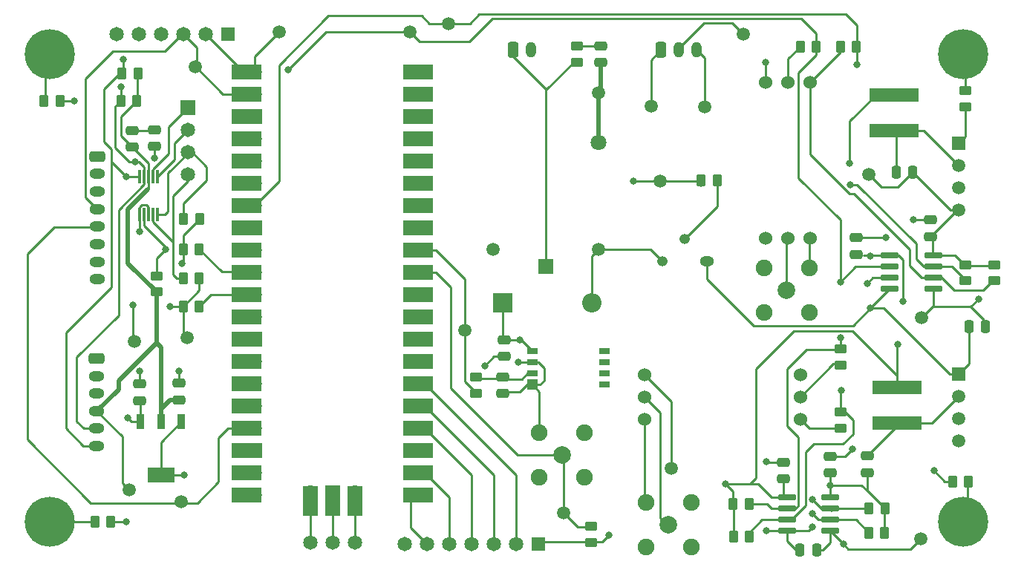
<source format=gbr>
%TF.GenerationSoftware,KiCad,Pcbnew,7.0.10*%
%TF.CreationDate,2024-03-29T22:24:31-04:00*%
%TF.ProjectId,WaveWise_Submersible,57617665-5769-4736-955f-5375626d6572,rev?*%
%TF.SameCoordinates,Original*%
%TF.FileFunction,Copper,L1,Top*%
%TF.FilePolarity,Positive*%
%FSLAX46Y46*%
G04 Gerber Fmt 4.6, Leading zero omitted, Abs format (unit mm)*
G04 Created by KiCad (PCBNEW 7.0.10) date 2024-03-29 22:24:31*
%MOMM*%
%LPD*%
G01*
G04 APERTURE LIST*
G04 Aperture macros list*
%AMRoundRect*
0 Rectangle with rounded corners*
0 $1 Rounding radius*
0 $2 $3 $4 $5 $6 $7 $8 $9 X,Y pos of 4 corners*
0 Add a 4 corners polygon primitive as box body*
4,1,4,$2,$3,$4,$5,$6,$7,$8,$9,$2,$3,0*
0 Add four circle primitives for the rounded corners*
1,1,$1+$1,$2,$3*
1,1,$1+$1,$4,$5*
1,1,$1+$1,$6,$7*
1,1,$1+$1,$8,$9*
0 Add four rect primitives between the rounded corners*
20,1,$1+$1,$2,$3,$4,$5,0*
20,1,$1+$1,$4,$5,$6,$7,0*
20,1,$1+$1,$6,$7,$8,$9,0*
20,1,$1+$1,$8,$9,$2,$3,0*%
G04 Aperture macros list end*
%TA.AperFunction,SMDPad,CuDef*%
%ADD10RoundRect,0.250000X-0.262500X-0.450000X0.262500X-0.450000X0.262500X0.450000X-0.262500X0.450000X0*%
%TD*%
%TA.AperFunction,SMDPad,CuDef*%
%ADD11C,1.500000*%
%TD*%
%TA.AperFunction,SMDPad,CuDef*%
%ADD12RoundRect,0.250000X-0.450000X0.262500X-0.450000X-0.262500X0.450000X-0.262500X0.450000X0.262500X0*%
%TD*%
%TA.AperFunction,SMDPad,CuDef*%
%ADD13RoundRect,0.250000X0.262500X0.450000X-0.262500X0.450000X-0.262500X-0.450000X0.262500X-0.450000X0*%
%TD*%
%TA.AperFunction,SMDPad,CuDef*%
%ADD14R,5.600000X1.550000*%
%TD*%
%TA.AperFunction,ComponentPad*%
%ADD15R,1.651000X1.651000*%
%TD*%
%TA.AperFunction,ComponentPad*%
%ADD16C,1.651000*%
%TD*%
%TA.AperFunction,SMDPad,CuDef*%
%ADD17RoundRect,0.250000X0.250000X0.475000X-0.250000X0.475000X-0.250000X-0.475000X0.250000X-0.475000X0*%
%TD*%
%TA.AperFunction,SMDPad,CuDef*%
%ADD18RoundRect,0.250000X0.475000X-0.250000X0.475000X0.250000X-0.475000X0.250000X-0.475000X-0.250000X0*%
%TD*%
%TA.AperFunction,SMDPad,CuDef*%
%ADD19RoundRect,0.250000X-0.475000X0.250000X-0.475000X-0.250000X0.475000X-0.250000X0.475000X0.250000X0*%
%TD*%
%TA.AperFunction,SMDPad,CuDef*%
%ADD20RoundRect,0.011200X0.128800X-0.723800X0.128800X0.723800X-0.128800X0.723800X-0.128800X-0.723800X0*%
%TD*%
%TA.AperFunction,ComponentPad*%
%ADD21RoundRect,0.250000X-0.650000X0.350000X-0.650000X-0.350000X0.650000X-0.350000X0.650000X0.350000X0*%
%TD*%
%TA.AperFunction,ComponentPad*%
%ADD22O,1.800000X1.200000*%
%TD*%
%TA.AperFunction,ComponentPad*%
%ADD23O,1.600000X1.200000*%
%TD*%
%TA.AperFunction,ComponentPad*%
%ADD24O,1.200000X1.200000*%
%TD*%
%TA.AperFunction,ComponentPad*%
%ADD25C,2.006600*%
%TD*%
%TA.AperFunction,ComponentPad*%
%ADD26C,1.905000*%
%TD*%
%TA.AperFunction,SMDPad,CuDef*%
%ADD27R,0.850800X1.761200*%
%TD*%
%TA.AperFunction,SMDPad,CuDef*%
%ADD28R,3.150799X1.761200*%
%TD*%
%TA.AperFunction,ComponentPad*%
%ADD29R,1.803400X1.803400*%
%TD*%
%TA.AperFunction,ComponentPad*%
%ADD30C,1.498600*%
%TD*%
%TA.AperFunction,ComponentPad*%
%ADD31C,1.803400*%
%TD*%
%TA.AperFunction,SMDPad,CuDef*%
%ADD32RoundRect,0.250000X0.450000X-0.262500X0.450000X0.262500X-0.450000X0.262500X-0.450000X-0.262500X0*%
%TD*%
%TA.AperFunction,ComponentPad*%
%ADD33RoundRect,0.250000X-0.350000X-0.650000X0.350000X-0.650000X0.350000X0.650000X-0.350000X0.650000X0*%
%TD*%
%TA.AperFunction,ComponentPad*%
%ADD34O,1.200000X1.800000*%
%TD*%
%TA.AperFunction,ComponentPad*%
%ADD35C,1.524000*%
%TD*%
%TA.AperFunction,ComponentPad*%
%ADD36O,1.700000X1.700000*%
%TD*%
%TA.AperFunction,SMDPad,CuDef*%
%ADD37R,3.500000X1.700000*%
%TD*%
%TA.AperFunction,ComponentPad*%
%ADD38R,1.700000X1.700000*%
%TD*%
%TA.AperFunction,SMDPad,CuDef*%
%ADD39R,1.700000X3.500000*%
%TD*%
%TA.AperFunction,ComponentPad*%
%ADD40R,1.508000X1.508000*%
%TD*%
%TA.AperFunction,ComponentPad*%
%ADD41C,1.508000*%
%TD*%
%TA.AperFunction,ComponentPad*%
%ADD42R,1.650000X1.650000*%
%TD*%
%TA.AperFunction,ComponentPad*%
%ADD43C,1.650000*%
%TD*%
%TA.AperFunction,ComponentPad*%
%ADD44C,5.700000*%
%TD*%
%TA.AperFunction,ComponentPad*%
%ADD45R,2.200000X2.200000*%
%TD*%
%TA.AperFunction,ComponentPad*%
%ADD46O,2.200000X2.200000*%
%TD*%
%TA.AperFunction,SMDPad,CuDef*%
%ADD47RoundRect,0.042000X-0.943000X-0.258000X0.943000X-0.258000X0.943000X0.258000X-0.943000X0.258000X0*%
%TD*%
%TA.AperFunction,SMDPad,CuDef*%
%ADD48R,1.200000X0.800000*%
%TD*%
%TA.AperFunction,SMDPad,CuDef*%
%ADD49R,1.200000X1.200000*%
%TD*%
%TA.AperFunction,ViaPad*%
%ADD50C,0.800000*%
%TD*%
%TA.AperFunction,Conductor*%
%ADD51C,0.250000*%
%TD*%
%TA.AperFunction,Conductor*%
%ADD52C,0.508000*%
%TD*%
%TA.AperFunction,Conductor*%
%ADD53C,0.500000*%
%TD*%
G04 APERTURE END LIST*
D10*
%TO.P,R23,1*%
%TO.N,/ADC1*%
X57710700Y-49326800D03*
%TO.P,R23,2*%
%TO.N,PANEL_SENSE*%
X59535700Y-49326800D03*
%TD*%
D11*
%TO.P,3V3,1,1*%
%TO.N,+3V3*%
X51511200Y-80162400D03*
%TD*%
D10*
%TO.P,R11,1*%
%TO.N,GNDREF*%
X145391500Y-79248000D03*
%TO.P,R11,2*%
%TO.N,Net-(H4-Pad1)*%
X147216500Y-79248000D03*
%TD*%
D12*
%TO.P,R27,1*%
%TO.N,SCL*%
X132588000Y-71350500D03*
%TO.P,R27,2*%
%TO.N,Net-(U3-BSCL)*%
X132588000Y-73175500D03*
%TD*%
D13*
%TO.P,R15,1*%
%TO.N,GNDREF*%
X49426500Y-83820000D03*
%TO.P,R15,2*%
%TO.N,Net-(H3-Pad1)*%
X47601500Y-83820000D03*
%TD*%
D14*
%TO.P,L1,1,1*%
%TO.N,+5V*%
X139039600Y-68536200D03*
%TO.P,L1,2,2*%
%TO.N,Net-(PS1-+VIN)*%
X139039600Y-72586200D03*
%TD*%
D15*
%TO.P,J3,1,Pin_1*%
%TO.N,/ADC3*%
X58166000Y-36626800D03*
D16*
%TO.P,J3,2,Pin_2*%
%TO.N,/ADC2*%
X58166000Y-39166800D03*
%TO.P,J3,3,Pin_3*%
%TO.N,/ADC1*%
X58166000Y-41706800D03*
%TO.P,J3,4,Pin_4*%
%TO.N,/ADC0*%
X58166000Y-44246800D03*
%TD*%
D11*
%TO.P,TEMP1,1,1*%
%TO.N,TEMP_INPUT*%
X101028500Y-82804000D03*
%TD*%
D17*
%TO.P,C14,1*%
%TO.N,VEE*%
X140853200Y-43992800D03*
%TO.P,C14,2*%
%TO.N,Net-(PS2-+VIN)*%
X138953200Y-43992800D03*
%TD*%
D18*
%TO.P,C1,1*%
%TO.N,VEE*%
X142900400Y-51292800D03*
%TO.P,C1,2*%
%TO.N,GND2*%
X142900400Y-49392800D03*
%TD*%
D11*
%TO.P,PRESSURE1,1,1*%
%TO.N,PRESSURE_INPUT*%
X121513600Y-28194000D03*
%TD*%
D12*
%TO.P,R6,1*%
%TO.N,Net-(U2-VOUT)*%
X91084400Y-67349700D03*
%TO.P,R6,2*%
%TO.N,AIR_INPUT*%
X91084400Y-69174700D03*
%TD*%
D19*
%TO.P,C2,1*%
%TO.N,+5V*%
X94234000Y-63093600D03*
%TO.P,C2,2*%
%TO.N,GNDREF*%
X94234000Y-64993600D03*
%TD*%
D13*
%TO.P,R21,1*%
%TO.N,+3V3*%
X52372900Y-35814000D03*
%TO.P,R21,2*%
%TO.N,SDA*%
X50547900Y-35814000D03*
%TD*%
D11*
%TO.P,GNDREF1,1,1*%
%TO.N,GNDREF*%
X117094000Y-36474400D03*
%TD*%
D12*
%TO.P,R13,1*%
%TO.N,VEE*%
X150114000Y-54522500D03*
%TO.P,R13,2*%
%TO.N,Net-(U5-BSCL)*%
X150114000Y-56347500D03*
%TD*%
D17*
%TO.P,C16,1*%
%TO.N,GND2*%
X149159000Y-61595000D03*
%TO.P,C16,2*%
%TO.N,GNDREF*%
X147259000Y-61595000D03*
%TD*%
D19*
%TO.P,C3,1*%
%TO.N,Net-(U2-VOUT)*%
X94132400Y-67325200D03*
%TO.P,C3,2*%
%TO.N,GNDREF*%
X94132400Y-69225200D03*
%TD*%
D13*
%TO.P,R20,1*%
%TO.N,+3V3*%
X52525300Y-32664400D03*
%TO.P,R20,2*%
%TO.N,SCL*%
X50700300Y-32664400D03*
%TD*%
D18*
%TO.P,C11,1*%
%TO.N,+3V3*%
X57226200Y-69936400D03*
%TO.P,C11,2*%
%TO.N,GNDREF*%
X57226200Y-68036400D03*
%TD*%
%TO.P,C6,1*%
%TO.N,GNDREF*%
X54406800Y-41031200D03*
%TO.P,C6,2*%
%TO.N,Net-(C5-Pad1)*%
X54406800Y-39131200D03*
%TD*%
D20*
%TO.P,U1,1,ADDR*%
%TO.N,GNDREF*%
X52695600Y-48784400D03*
%TO.P,U1,2,ALERT/RDY*%
%TO.N,ADC_RDY*%
X53195600Y-48784400D03*
%TO.P,U1,3,GND*%
%TO.N,GNDREF*%
X53695600Y-48784400D03*
%TO.P,U1,4,AIN0*%
%TO.N,/ADC0*%
X54195600Y-48784400D03*
%TO.P,U1,5,AIN1*%
%TO.N,/ADC1*%
X54695600Y-48784400D03*
%TO.P,U1,6,AIN2*%
%TO.N,/ADC2*%
X54695600Y-44484400D03*
%TO.P,U1,7,AIN3*%
%TO.N,/ADC3*%
X54195600Y-44484400D03*
%TO.P,U1,8,VDD*%
%TO.N,+3V3*%
X53695600Y-44484400D03*
%TO.P,U1,9,SDA*%
%TO.N,SDA*%
X53195600Y-44484400D03*
%TO.P,U1,10,SCL*%
%TO.N,SCL*%
X52695600Y-44484400D03*
%TD*%
D21*
%TO.P,J7,1,1*%
%TO.N,+24V*%
X47868600Y-42174400D03*
D22*
%TO.P,J7,2,2*%
%TO.N,+5V*%
X47868600Y-44174400D03*
%TO.P,J7,3,3*%
%TO.N,SUB_TX*%
X47868600Y-46174400D03*
%TO.P,J7,4,4*%
%TO.N,SUB_RX*%
X47868600Y-48174400D03*
%TO.P,J7,5,5*%
%TO.N,AIR_COMP*%
X47868600Y-50174400D03*
%TO.P,J7,6,6*%
%TO.N,BATTERY_SENSE*%
X47868600Y-52174400D03*
%TO.P,J7,7,7*%
%TO.N,PANEL_SENSE*%
X47868600Y-54174400D03*
%TO.P,J7,8,8*%
%TO.N,GNDREF*%
X47868600Y-56174400D03*
%TD*%
D11*
%TO.P,GND2,1,1*%
%TO.N,GND2*%
X141859000Y-60579000D03*
%TD*%
D16*
%TO.P,J10,1,Pin_1*%
%TO.N,SWCLK*%
X72136000Y-86233000D03*
%TO.P,J10,2,Pin_2*%
%TO.N,GND*%
X74676000Y-86233000D03*
%TO.P,J10,3,Pin_3*%
%TO.N,SWDIO*%
X77216000Y-86233000D03*
%TD*%
D23*
%TO.P,Q2,1,E*%
%TO.N,GNDREF*%
X117348000Y-54102000D03*
D24*
%TO.P,Q2,2,B*%
%TO.N,Net-(Q2-B)*%
X114808000Y-51562000D03*
%TO.P,Q2,3,C*%
%TO.N,Net-(D2-A)*%
X112268000Y-54102000D03*
%TD*%
D25*
%TO.P,J4,1*%
%TO.N,Net-(U6-PRB)*%
X126479300Y-57404000D03*
D26*
%TO.P,J4,2*%
%TO.N,Net-(U6-PGND)*%
X123926600Y-59956700D03*
%TO.P,J4,3*%
X129032000Y-59956700D03*
%TO.P,J4,4*%
X129032000Y-54851300D03*
%TO.P,J4,5*%
X123926600Y-54851300D03*
%TD*%
D27*
%TO.P,U10,1,GND*%
%TO.N,GNDREF*%
X57418000Y-72440800D03*
%TO.P,U10,2,OUTPUT*%
%TO.N,+3V3*%
X55118000Y-72440800D03*
%TO.P,U10,3,INPUT*%
%TO.N,+5V*%
X52818000Y-72440800D03*
D28*
%TO.P,U10,4,EPAD*%
%TO.N,GNDREF*%
X55118000Y-78490800D03*
%TD*%
D29*
%TO.P,K2,1,1*%
%TO.N,Net-(J6-Pad1)*%
X99009200Y-54753050D03*
D30*
%TO.P,K2,2,2*%
%TO.N,Net-(D2-A)*%
X105009199Y-52753049D03*
D31*
%TO.P,K2,3,3*%
%TO.N,+24V*%
X105009199Y-40553851D03*
D30*
%TO.P,K2,5,5*%
%TO.N,+5V*%
X93009201Y-52753049D03*
%TD*%
D11*
%TO.P,AIR_COMP1,1,1*%
%TO.N,AIR_COMP*%
X57404000Y-81584800D03*
%TD*%
D32*
%TO.P,R10,1*%
%TO.N,GNDREF*%
X146812000Y-36472500D03*
%TO.P,R10,2*%
%TO.N,Net-(H2-Pad1)*%
X146812000Y-34647500D03*
%TD*%
D25*
%TO.P,J1,1*%
%TO.N,Net-(U4-PRB)*%
X113017300Y-84201000D03*
D26*
%TO.P,J1,2*%
%TO.N,Net-(U4-PGND)*%
X115570000Y-81648300D03*
%TO.P,J1,3*%
X110464600Y-81648300D03*
%TO.P,J1,4*%
X110464600Y-86753700D03*
%TO.P,J1,5*%
X115570000Y-86753700D03*
%TD*%
D33*
%TO.P,J9,1,1*%
%TO.N,+5V*%
X112166400Y-30022800D03*
D34*
%TO.P,J9,2,2*%
%TO.N,PRESSURE_INPUT*%
X114166400Y-30022800D03*
%TO.P,J9,3,3*%
%TO.N,GNDREF*%
X116166400Y-30022800D03*
%TD*%
D18*
%TO.P,C9,1*%
%TO.N,+5V*%
X52679600Y-70026600D03*
%TO.P,C9,2*%
%TO.N,GNDREF*%
X52679600Y-68126600D03*
%TD*%
D17*
%TO.P,C13,1*%
%TO.N,GND1*%
X129880400Y-87071200D03*
%TO.P,C13,2*%
%TO.N,GNDREF*%
X127980400Y-87071200D03*
%TD*%
D35*
%TO.P,U4,1,VCC*%
%TO.N,VDD*%
X110236000Y-67056000D03*
%TO.P,U4,2,RX/SCL*%
%TO.N,Net-(U3-BSCL)*%
X128016000Y-72136000D03*
%TO.P,U4,3,TX/SDA*%
%TO.N,Net-(U3-BSDA)*%
X128016000Y-69596000D03*
%TO.P,U4,4,PGND*%
%TO.N,Net-(U4-PGND)*%
X110236000Y-72136000D03*
%TO.P,U4,5,PRB*%
%TO.N,Net-(U4-PRB)*%
X110236000Y-69596000D03*
%TO.P,U4,6,GND*%
%TO.N,GND1*%
X128016000Y-67056000D03*
%TD*%
D12*
%TO.P,R24,1*%
%TO.N,SDA*%
X132588000Y-64111500D03*
%TO.P,R24,2*%
%TO.N,Net-(U3-BSDA)*%
X132588000Y-65936500D03*
%TD*%
D36*
%TO.P,U9,1,GPIO0*%
%TO.N,SUB_TX*%
X65786000Y-32521000D03*
D37*
X64886000Y-32521000D03*
D36*
%TO.P,U9,2,GPIO1*%
%TO.N,SUB_RX*%
X65786000Y-35061000D03*
D37*
X64886000Y-35061000D03*
D38*
%TO.P,U9,3,GND*%
%TO.N,GNDREF*%
X65786000Y-37601000D03*
D37*
X64886000Y-37601000D03*
D36*
%TO.P,U9,4,GPIO2*%
%TO.N,unconnected-(U9-GPIO2-Pad4)*%
X65786000Y-40141000D03*
D37*
X64886000Y-40141000D03*
D36*
%TO.P,U9,5,GPIO3*%
%TO.N,unconnected-(U9-GPIO3-Pad5)*%
X65786000Y-42681000D03*
D37*
X64886000Y-42681000D03*
D36*
%TO.P,U9,6,GPIO4*%
%TO.N,SDA*%
X65786000Y-45221000D03*
D37*
X64886000Y-45221000D03*
D36*
%TO.P,U9,7,GPIO5*%
%TO.N,SCL*%
X65786000Y-47761000D03*
D37*
X64886000Y-47761000D03*
D38*
%TO.P,U9,8,GND*%
%TO.N,GNDREF*%
X65786000Y-50301000D03*
D37*
X64886000Y-50301000D03*
D36*
%TO.P,U9,9,GPIO6*%
%TO.N,ADC_RDY*%
X65786000Y-52841000D03*
D37*
X64886000Y-52841000D03*
D36*
%TO.P,U9,10,GPIO7*%
%TO.N,Net-(U9-GPIO7)*%
X65786000Y-55381000D03*
D37*
X64886000Y-55381000D03*
D36*
%TO.P,U9,11,GPIO8*%
%TO.N,Net-(U9-GPIO8)*%
X65786000Y-57921000D03*
D37*
X64886000Y-57921000D03*
D36*
%TO.P,U9,12,GPIO9*%
%TO.N,unconnected-(U9-GPIO9-Pad12)*%
X65786000Y-60461000D03*
D37*
X64886000Y-60461000D03*
D38*
%TO.P,U9,13,GND*%
%TO.N,GNDREF*%
X65786000Y-63001000D03*
D37*
X64886000Y-63001000D03*
D36*
%TO.P,U9,14,GPIO10*%
%TO.N,SYNC*%
X65786000Y-65541000D03*
D37*
X64886000Y-65541000D03*
D36*
%TO.P,U9,15,GPIO11*%
%TO.N,READY{slash}INT*%
X65786000Y-68081000D03*
D37*
X64886000Y-68081000D03*
D36*
%TO.P,U9,16,GPIO12*%
%TO.N,unconnected-(U9-GPIO12-Pad16)*%
X65786000Y-70621000D03*
D37*
X64886000Y-70621000D03*
D36*
%TO.P,U9,17,GPIO13*%
%TO.N,AIR_COMP*%
X65786000Y-73161000D03*
D37*
X64886000Y-73161000D03*
D38*
%TO.P,U9,18,GND*%
%TO.N,GNDREF*%
X65786000Y-75701000D03*
D37*
X64886000Y-75701000D03*
D36*
%TO.P,U9,19,GPIO14*%
%TO.N,unconnected-(U9-GPIO14-Pad19)*%
X65786000Y-78241000D03*
D37*
X64886000Y-78241000D03*
D36*
%TO.P,U9,20,GPIO15*%
%TO.N,unconnected-(U9-GPIO15-Pad20)*%
X65786000Y-80781000D03*
D37*
X64886000Y-80781000D03*
D36*
%TO.P,U9,21,GPIO16*%
%TO.N,EXTGPIO5*%
X83566000Y-80781000D03*
D37*
X84466000Y-80781000D03*
D36*
%TO.P,U9,22,GPIO17*%
%TO.N,EXTGPIO4*%
X83566000Y-78241000D03*
D37*
X84466000Y-78241000D03*
D38*
%TO.P,U9,23,GND*%
%TO.N,GNDREF*%
X83566000Y-75701000D03*
D37*
X84466000Y-75701000D03*
D36*
%TO.P,U9,24,GPIO18*%
%TO.N,EXTGPIO3*%
X83566000Y-73161000D03*
D37*
X84466000Y-73161000D03*
D36*
%TO.P,U9,25,GPIO19*%
%TO.N,EXTGPIO2*%
X83566000Y-70621000D03*
D37*
X84466000Y-70621000D03*
D36*
%TO.P,U9,26,GPIO20*%
%TO.N,EXTGPIO1*%
X83566000Y-68081000D03*
D37*
X84466000Y-68081000D03*
D36*
%TO.P,U9,27,GPIO21*%
%TO.N,unconnected-(U9-GPIO21-Pad27)*%
X83566000Y-65541000D03*
D37*
X84466000Y-65541000D03*
D38*
%TO.P,U9,28,GND*%
%TO.N,GNDREF*%
X83566000Y-63001000D03*
D37*
X84466000Y-63001000D03*
D36*
%TO.P,U9,29,GPIO22*%
%TO.N,VALVE_OUT*%
X83566000Y-60461000D03*
D37*
X84466000Y-60461000D03*
D36*
%TO.P,U9,30,RUN*%
%TO.N,unconnected-(U9-RUN-Pad30)*%
X83566000Y-57921000D03*
D37*
X84466000Y-57921000D03*
D36*
%TO.P,U9,31,GPIO26_ADC0*%
%TO.N,TEMP_INPUT*%
X83566000Y-55381000D03*
D37*
X84466000Y-55381000D03*
D36*
%TO.P,U9,32,GPIO27_ADC1*%
%TO.N,AIR_INPUT*%
X83566000Y-52841000D03*
D37*
X84466000Y-52841000D03*
D38*
%TO.P,U9,33,AGND*%
%TO.N,unconnected-(U9-AGND-Pad33)*%
X83566000Y-50301000D03*
D37*
X84466000Y-50301000D03*
D36*
%TO.P,U9,34,GPIO28_ADC2*%
%TO.N,PRESSURE_INPUT*%
X83566000Y-47761000D03*
D37*
X84466000Y-47761000D03*
D36*
%TO.P,U9,35,ADC_VREF*%
%TO.N,unconnected-(U9-ADC_VREF-Pad35)*%
X83566000Y-45221000D03*
D37*
X84466000Y-45221000D03*
D36*
%TO.P,U9,36,3V3*%
%TO.N,unconnected-(U9-3V3-Pad36)*%
X83566000Y-42681000D03*
D37*
X84466000Y-42681000D03*
D36*
%TO.P,U9,37,3V3_EN*%
%TO.N,unconnected-(U9-3V3_EN-Pad37)*%
X83566000Y-40141000D03*
D37*
X84466000Y-40141000D03*
D38*
%TO.P,U9,38,GND*%
%TO.N,GNDREF*%
X83566000Y-37601000D03*
D37*
X84466000Y-37601000D03*
D36*
%TO.P,U9,39,VSYS*%
%TO.N,+5V*%
X83566000Y-35061000D03*
D37*
X84466000Y-35061000D03*
D36*
%TO.P,U9,40,VBUS*%
%TO.N,unconnected-(U9-VBUS-Pad40)*%
X83566000Y-32521000D03*
D37*
X84466000Y-32521000D03*
D36*
%TO.P,U9,41,SWCLK*%
%TO.N,SWCLK*%
X72136000Y-80551000D03*
D39*
X72136000Y-81451000D03*
D38*
%TO.P,U9,42,GND*%
%TO.N,GND*%
X74676000Y-80551000D03*
D39*
X74676000Y-81451000D03*
D36*
%TO.P,U9,43,SWDIO*%
%TO.N,SWDIO*%
X77216000Y-80551000D03*
D39*
X77216000Y-81451000D03*
%TD*%
D11*
%TO.P,VEE1,1,1*%
%TO.N,VEE*%
X135839200Y-44246800D03*
%TD*%
D32*
%TO.P,R19,1*%
%TO.N,+3V3*%
X54610000Y-57605300D03*
%TO.P,R19,2*%
%TO.N,ADC_RDY*%
X54610000Y-55780300D03*
%TD*%
D12*
%TO.P,R9,1*%
%TO.N,Net-(C17-Pad1)*%
X102565200Y-29567500D03*
%TO.P,R9,2*%
%TO.N,Net-(J6-Pad1)*%
X102565200Y-31392500D03*
%TD*%
D40*
%TO.P,PS1,1,-VIN*%
%TO.N,GNDREF*%
X146050000Y-67016000D03*
D41*
%TO.P,PS1,2,+VIN*%
%TO.N,Net-(PS1-+VIN)*%
X146050000Y-69556000D03*
%TO.P,PS1,3,-VOUT*%
%TO.N,GND1*%
X146050000Y-72096000D03*
%TO.P,PS1,4,+VOUT*%
%TO.N,VDD*%
X146050000Y-74636000D03*
%TD*%
D42*
%TO.P,J13,1,Pin_1*%
%TO.N,+5V*%
X62738000Y-28194000D03*
D43*
%TO.P,J13,2,Pin_2*%
%TO.N,SUB_TX*%
X60198000Y-28194000D03*
%TO.P,J13,3,Pin_3*%
%TO.N,SUB_RX*%
X57658000Y-28194000D03*
%TO.P,J13,4,Pin_4*%
%TO.N,SDA*%
X55118000Y-28194000D03*
%TO.P,J13,5,Pin_5*%
%TO.N,SCL*%
X52578000Y-28194000D03*
%TO.P,J13,6,Pin_6*%
%TO.N,GNDREF*%
X50038000Y-28194000D03*
%TD*%
D25*
%TO.P,J2,1*%
%TO.N,TEMP_INPUT*%
X100838000Y-76200000D03*
D26*
%TO.P,J2,2*%
%TO.N,GNDREF*%
X103390700Y-78752700D03*
%TO.P,J2,3*%
X103390700Y-73647300D03*
%TO.P,J2,4*%
X98285300Y-73647300D03*
%TO.P,J2,5*%
X98285300Y-78752700D03*
%TD*%
D32*
%TO.P,R14,1*%
%TO.N,+5V*%
X104140000Y-86193500D03*
%TO.P,R14,2*%
%TO.N,TEMP_INPUT*%
X104140000Y-84368500D03*
%TD*%
D10*
%TO.P,R4,1*%
%TO.N,+5V*%
X120397900Y-85547200D03*
%TO.P,R4,2*%
%TO.N,SCL*%
X122222900Y-85547200D03*
%TD*%
D11*
%TO.P,SDA1,1,1*%
%TO.N,SDA*%
X83515200Y-27940000D03*
%TD*%
%TO.P,SUB_TX1,1,1*%
%TO.N,SUB_TX*%
X68580000Y-27940000D03*
%TD*%
D10*
%TO.P,R1,1*%
%TO.N,BATTERY_SENSE*%
X57659900Y-59283600D03*
%TO.P,R1,2*%
%TO.N,Net-(U9-GPIO8)*%
X59484900Y-59283600D03*
%TD*%
D44*
%TO.P,H1,1,1*%
%TO.N,Net-(H1-Pad1)*%
X42418000Y-30480000D03*
%TD*%
D40*
%TO.P,PS2,1,-VIN*%
%TO.N,GNDREF*%
X146050000Y-40640000D03*
D41*
%TO.P,PS2,2,+VIN*%
%TO.N,Net-(PS2-+VIN)*%
X146050000Y-43180000D03*
%TO.P,PS2,3,-VOUT*%
%TO.N,GND2*%
X146050000Y-45720000D03*
%TO.P,PS2,4,+VOUT*%
%TO.N,VEE*%
X146050000Y-48260000D03*
%TD*%
D13*
%TO.P,R25,1*%
%TO.N,SCL*%
X134413000Y-29616400D03*
%TO.P,R25,2*%
%TO.N,Net-(U5-BSCL)*%
X132588000Y-29616400D03*
%TD*%
D18*
%TO.P,C10,1*%
%TO.N,VDD*%
X135636000Y-78216800D03*
%TO.P,C10,2*%
%TO.N,Net-(PS1-+VIN)*%
X135636000Y-76316800D03*
%TD*%
D45*
%TO.P,D2,1,K*%
%TO.N,+5V*%
X94107000Y-58826400D03*
D46*
%TO.P,D2,2,A*%
%TO.N,Net-(D2-A)*%
X104267000Y-58826400D03*
%TD*%
D13*
%TO.P,R8,1*%
%TO.N,GNDREF*%
X43648500Y-35814000D03*
%TO.P,R8,2*%
%TO.N,Net-(H1-Pad1)*%
X41823500Y-35814000D03*
%TD*%
D12*
%TO.P,R12,1*%
%TO.N,VEE*%
X146812000Y-54522500D03*
%TO.P,R12,2*%
%TO.N,Net-(U5-BSDA)*%
X146812000Y-56347500D03*
%TD*%
D11*
%TO.P,BATT_SENSE1,1,1*%
%TO.N,BATTERY_SENSE*%
X58115200Y-62839600D03*
%TD*%
%TO.P,VALVE1,1,1*%
%TO.N,VALVE_OUT*%
X112014000Y-44958000D03*
%TD*%
%TO.P,PANEL_SENSE1,1,1*%
%TO.N,PANEL_SENSE*%
X52070000Y-63296800D03*
%TD*%
D42*
%TO.P,J8,1,Pin_1*%
%TO.N,+5V*%
X98145600Y-86410800D03*
D43*
%TO.P,J8,2,Pin_2*%
%TO.N,EXTGPIO1*%
X95605600Y-86410800D03*
%TO.P,J8,3,Pin_3*%
%TO.N,EXTGPIO2*%
X93065600Y-86410800D03*
%TO.P,J8,4,Pin_4*%
%TO.N,EXTGPIO3*%
X90525600Y-86410800D03*
%TO.P,J8,5,Pin_5*%
%TO.N,EXTGPIO4*%
X87985600Y-86410800D03*
%TO.P,J8,6,Pin_6*%
%TO.N,EXTGPIO5*%
X85445600Y-86410800D03*
%TO.P,J8,7,Pin_7*%
%TO.N,GNDREF*%
X82905600Y-86410800D03*
%TD*%
D10*
%TO.P,R3,1*%
%TO.N,PANEL_SENSE*%
X57659900Y-52730400D03*
%TO.P,R3,2*%
%TO.N,Net-(U9-GPIO7)*%
X59484900Y-52730400D03*
%TD*%
D47*
%TO.P,U3,1,AVDD*%
%TO.N,+5V*%
X126495000Y-81090000D03*
%TO.P,U3,2,ASDA*%
%TO.N,SDA*%
X126495000Y-82360000D03*
%TO.P,U3,3,ASCL*%
%TO.N,SCL*%
X126495000Y-83630000D03*
%TO.P,U3,4,AGND*%
%TO.N,GNDREF*%
X126495000Y-84900000D03*
%TO.P,U3,5,BGND*%
%TO.N,GND1*%
X131445000Y-84900000D03*
%TO.P,U3,6,BSCL*%
%TO.N,Net-(U3-BSCL)*%
X131445000Y-83630000D03*
%TO.P,U3,7,BSDA*%
%TO.N,Net-(U3-BSDA)*%
X131445000Y-82360000D03*
%TO.P,U3,8,BVDD*%
%TO.N,VDD*%
X131445000Y-81090000D03*
%TD*%
%TO.P,U5,1,AVDD*%
%TO.N,+5V*%
X138241000Y-53467000D03*
%TO.P,U5,2,ASDA*%
%TO.N,SDA*%
X138241000Y-54737000D03*
%TO.P,U5,3,ASCL*%
%TO.N,SCL*%
X138241000Y-56007000D03*
%TO.P,U5,4,AGND*%
%TO.N,GNDREF*%
X138241000Y-57277000D03*
%TO.P,U5,5,BGND*%
%TO.N,GND2*%
X143191000Y-57277000D03*
%TO.P,U5,6,BSCL*%
%TO.N,Net-(U5-BSCL)*%
X143191000Y-56007000D03*
%TO.P,U5,7,BSDA*%
%TO.N,Net-(U5-BSDA)*%
X143191000Y-54737000D03*
%TO.P,U5,8,BVDD*%
%TO.N,VEE*%
X143191000Y-53467000D03*
%TD*%
D18*
%TO.P,C4,1*%
%TO.N,VDD*%
X131419600Y-78282800D03*
%TO.P,C4,2*%
%TO.N,GND1*%
X131419600Y-76382800D03*
%TD*%
D11*
%TO.P,VDD1,1,1*%
%TO.N,VDD*%
X113284000Y-77724000D03*
%TD*%
D13*
%TO.P,R5,1*%
%TO.N,VDD*%
X137668000Y-82346800D03*
%TO.P,R5,2*%
%TO.N,Net-(U3-BSDA)*%
X135843000Y-82346800D03*
%TD*%
D14*
%TO.P,L2,1,1*%
%TO.N,+5V*%
X138684000Y-35153600D03*
%TO.P,L2,2,2*%
%TO.N,Net-(PS2-+VIN)*%
X138684000Y-39203600D03*
%TD*%
D35*
%TO.P,U6,1,VCC*%
%TO.N,VEE*%
X124053600Y-51511200D03*
%TO.P,U6,2,RX/SCL*%
%TO.N,Net-(U5-BSCL)*%
X129133600Y-33731200D03*
%TO.P,U6,3,TX/SDA*%
%TO.N,Net-(U5-BSDA)*%
X126593600Y-33731200D03*
%TO.P,U6,4,PGND*%
%TO.N,Net-(U6-PGND)*%
X129133600Y-51511200D03*
%TO.P,U6,5,PRB*%
%TO.N,Net-(U6-PRB)*%
X126593600Y-51511200D03*
%TO.P,U6,6,GND*%
%TO.N,GND2*%
X124053600Y-33731200D03*
%TD*%
D21*
%TO.P,J11,1,1*%
%TO.N,SYNC*%
X47817800Y-65205600D03*
D22*
%TO.P,J11,2,2*%
%TO.N,READY{slash}INT*%
X47817800Y-67205600D03*
%TO.P,J11,3,3*%
%TO.N,GNDREF*%
X47817800Y-69205600D03*
%TO.P,J11,4,4*%
%TO.N,+3V3*%
X47817800Y-71205600D03*
%TO.P,J11,5,5*%
%TO.N,SDA*%
X47817800Y-73205600D03*
%TO.P,J11,6,6*%
%TO.N,SCL*%
X47817800Y-75205600D03*
%TD*%
D19*
%TO.P,C5,1*%
%TO.N,Net-(C5-Pad1)*%
X51866800Y-39182000D03*
%TO.P,C5,2*%
%TO.N,+3V3*%
X51866800Y-41082000D03*
%TD*%
D13*
%TO.P,R7,1*%
%TO.N,VDD*%
X137666100Y-85090000D03*
%TO.P,R7,2*%
%TO.N,Net-(U3-BSCL)*%
X135841100Y-85090000D03*
%TD*%
D33*
%TO.P,J6,1,1*%
%TO.N,Net-(J6-Pad1)*%
X95300800Y-30022800D03*
D34*
%TO.P,J6,2,2*%
%TO.N,GNDREF*%
X97300800Y-30022800D03*
%TD*%
D44*
%TO.P,H2,1,1*%
%TO.N,Net-(H2-Pad1)*%
X146558000Y-30480000D03*
%TD*%
D18*
%TO.P,C15,1*%
%TO.N,+5V*%
X134416800Y-53324800D03*
%TO.P,C15,2*%
%TO.N,GNDREF*%
X134416800Y-51424800D03*
%TD*%
D11*
%TO.P,24V1,1,1*%
%TO.N,+24V*%
X105029000Y-34874200D03*
%TD*%
%TO.P,SUB_RX1,1,1*%
%TO.N,SUB_RX*%
X59055000Y-31927800D03*
%TD*%
D48*
%TO.P,U2,1,TEST*%
%TO.N,unconnected-(U2-TEST-Pad1)*%
X105700000Y-68199000D03*
%TO.P,U2,2,CLOCK/VPROG*%
%TO.N,unconnected-(U2-CLOCK{slash}VPROG-Pad2)*%
X105700000Y-66929000D03*
%TO.P,U2,3,DATA_IN*%
%TO.N,unconnected-(U2-DATA_IN-Pad3)*%
X105700000Y-65659000D03*
%TO.P,U2,4,DATA_OUT*%
%TO.N,unconnected-(U2-DATA_OUT-Pad4)*%
X105700000Y-64389000D03*
%TO.P,U2,5,VDD*%
%TO.N,+5V*%
X97500000Y-64389000D03*
%TO.P,U2,6,GND*%
%TO.N,GNDREF*%
X97500000Y-65659000D03*
%TO.P,U2,7,VOUT*%
%TO.N,Net-(U2-VOUT)*%
X97500000Y-66929000D03*
D49*
%TO.P,U2,8,GND__1*%
%TO.N,GNDREF*%
X97500000Y-68199000D03*
%TD*%
D10*
%TO.P,R2,1*%
%TO.N,+5V*%
X120372500Y-81788000D03*
%TO.P,R2,2*%
%TO.N,SDA*%
X122197500Y-81788000D03*
%TD*%
D44*
%TO.P,H3,1,1*%
%TO.N,Net-(H3-Pad1)*%
X42418000Y-83820000D03*
%TD*%
D11*
%TO.P,SCL1,1,1*%
%TO.N,SCL*%
X87884000Y-27025600D03*
%TD*%
D10*
%TO.P,R22,1*%
%TO.N,/ADC0*%
X57659900Y-56032400D03*
%TO.P,R22,2*%
%TO.N,BATTERY_SENSE*%
X59484900Y-56032400D03*
%TD*%
D11*
%TO.P,AIR_IN1,1,1*%
%TO.N,AIR_INPUT*%
X89814400Y-61976000D03*
%TD*%
D13*
%TO.P,R26,1*%
%TO.N,SDA*%
X129842900Y-29616400D03*
%TO.P,R26,2*%
%TO.N,Net-(U5-BSDA)*%
X128017900Y-29616400D03*
%TD*%
D11*
%TO.P,GND1,1,1*%
%TO.N,GND1*%
X141782800Y-85801200D03*
%TD*%
%TO.P,5V1,1,1*%
%TO.N,+5V*%
X110998000Y-36423600D03*
%TD*%
D10*
%TO.P,R17,1*%
%TO.N,VALVE_OUT*%
X116716800Y-44907200D03*
%TO.P,R17,2*%
%TO.N,Net-(Q2-B)*%
X118541800Y-44907200D03*
%TD*%
D44*
%TO.P,H4,1,1*%
%TO.N,Net-(H4-Pad1)*%
X146558000Y-83820000D03*
%TD*%
D18*
%TO.P,C12,1*%
%TO.N,+5V*%
X126136400Y-78928000D03*
%TO.P,C12,2*%
%TO.N,GNDREF*%
X126136400Y-77028000D03*
%TD*%
D19*
%TO.P,C17,1*%
%TO.N,Net-(C17-Pad1)*%
X105308400Y-29565600D03*
%TO.P,C17,2*%
%TO.N,+24V*%
X105308400Y-31465600D03*
%TD*%
D50*
%TO.N,+5V*%
X106172000Y-85344000D03*
X133654800Y-42926000D03*
X135991600Y-53492400D03*
X139141200Y-63601600D03*
X96012000Y-63093600D03*
X119481600Y-79502000D03*
X139700000Y-58674000D03*
X51308000Y-72013800D03*
%TO.N,GNDREF*%
X52730400Y-50749200D03*
X95859600Y-65633600D03*
X124155200Y-77012800D03*
X137769600Y-51409600D03*
X51181000Y-83820000D03*
X57810400Y-78490800D03*
X129413000Y-84455000D03*
X54406800Y-42367200D03*
X57150000Y-66675000D03*
X92075000Y-66040000D03*
X45212000Y-35814000D03*
X143256000Y-78028800D03*
X52730400Y-66649600D03*
X136049500Y-59468500D03*
X124155200Y-84836000D03*
%TO.N,VDD*%
X131419600Y-79654400D03*
%TO.N,GND1*%
X133985000Y-75565000D03*
X132943600Y-86410800D03*
%TO.N,GND2*%
X140919200Y-49392800D03*
X124053600Y-31445200D03*
X148336000Y-58420000D03*
%TO.N,BATTERY_SENSE*%
X56184800Y-59283600D03*
%TO.N,SDA*%
X69596000Y-32258000D03*
X52222400Y-42773600D03*
X50596800Y-34239200D03*
X132588000Y-62865000D03*
X132588000Y-56489600D03*
%TO.N,SCL*%
X134467600Y-31648400D03*
X50804653Y-31094253D03*
X51206400Y-44450000D03*
X132676900Y-68872100D03*
X135636000Y-56642000D03*
%TO.N,PANEL_SENSE*%
X57505600Y-54356000D03*
X51968400Y-59080400D03*
%TO.N,VALVE_OUT*%
X108966000Y-44958000D03*
%TO.N,ADC_RDY*%
X55626000Y-52781200D03*
%TO.N,Net-(U5-BSDA)*%
X133756400Y-45364400D03*
%TO.N,Net-(U3-BSDA)*%
X129413000Y-81280000D03*
%TO.N,Net-(U3-BSCL)*%
X129413000Y-82931000D03*
%TD*%
D51*
%TO.N,GND1*%
X133167200Y-76382800D02*
X131419600Y-76382800D01*
X133985000Y-75565000D02*
X133167200Y-76382800D01*
%TO.N,Net-(J6-Pad1)*%
X99009200Y-34582100D02*
X99009200Y-35509200D01*
X102198800Y-31392500D02*
X99009200Y-34582100D01*
X102565200Y-31392500D02*
X102198800Y-31392500D01*
X99009200Y-34442400D02*
X99009200Y-35509200D01*
X95300800Y-30734000D02*
X99009200Y-34442400D01*
X95300800Y-30022800D02*
X95300800Y-30734000D01*
%TO.N,GNDREF*%
X57150000Y-66675000D02*
X57150000Y-67960200D01*
X57150000Y-67960200D02*
X57226200Y-68036400D01*
X92075000Y-66040000D02*
X93121400Y-64993600D01*
X93121400Y-64993600D02*
X94234000Y-64993600D01*
%TO.N,+5V*%
X52818000Y-72440800D02*
X52818000Y-69990000D01*
X52818000Y-69990000D02*
X52679600Y-69851600D01*
X126136400Y-78928000D02*
X126136400Y-80731400D01*
X139700000Y-58674000D02*
X139700000Y-53941001D01*
X110998000Y-31191200D02*
X112166400Y-30022800D01*
X138241000Y-53467000D02*
X136017000Y-53467000D01*
X119481600Y-79502000D02*
X120372500Y-80392900D01*
X119481600Y-79502000D02*
X123190000Y-79502000D01*
X96012000Y-63093600D02*
X94234000Y-63093600D01*
X135991600Y-53492400D02*
X135966200Y-53467000D01*
X139225999Y-53467000D02*
X138241000Y-53467000D01*
X104140000Y-86106000D02*
X105410000Y-86106000D01*
X133654800Y-38150800D02*
X136652000Y-35153600D01*
X139039600Y-63703200D02*
X139039600Y-67208400D01*
X51735000Y-72440800D02*
X52818000Y-72440800D01*
X51308000Y-72013800D02*
X51735000Y-72440800D01*
X120372500Y-80392900D02*
X120372500Y-81788000D01*
X139039600Y-67132100D02*
X134010500Y-62103000D01*
X134010500Y-62103000D02*
X127254000Y-62103000D01*
X126495000Y-81090000D02*
X124778000Y-81090000D01*
X126136400Y-80731400D02*
X126495000Y-81090000D01*
X139039600Y-68536200D02*
X139039600Y-67208400D01*
X98450400Y-86106000D02*
X98145600Y-86410800D01*
X104140000Y-86106000D02*
X98450400Y-86106000D01*
X136017000Y-53467000D02*
X135991600Y-53492400D01*
X110998000Y-36423600D02*
X110998000Y-31191200D01*
X127254000Y-62103000D02*
X122936000Y-66421000D01*
X94107000Y-58826400D02*
X94107000Y-62966600D01*
X97500000Y-64389000D02*
X96204600Y-63093600D01*
X96204600Y-63093600D02*
X96012000Y-63093600D01*
X123190000Y-79502000D02*
X124778000Y-81090000D01*
X133654800Y-42926000D02*
X133654800Y-38150800D01*
X122936000Y-78841600D02*
X122275600Y-79502000D01*
X120460000Y-85485100D02*
X120460000Y-81788000D01*
X120397900Y-85547200D02*
X120460000Y-85485100D01*
X105410000Y-86106000D02*
X106172000Y-85344000D01*
X135966200Y-53467000D02*
X135219400Y-53467000D01*
X139700000Y-53941001D02*
X139225999Y-53467000D01*
X139141200Y-63601600D02*
X139039600Y-63703200D01*
X136652000Y-35153600D02*
X138684000Y-35153600D01*
X122936000Y-66421000D02*
X122936000Y-78841600D01*
X120460000Y-81547200D02*
X120460000Y-81788000D01*
X94107000Y-62966600D02*
X94234000Y-63093600D01*
X139039600Y-67208400D02*
X139039600Y-67132100D01*
%TO.N,GNDREF*%
X55118000Y-74740800D02*
X57418000Y-72440800D01*
X122682000Y-61468000D02*
X117348000Y-56134000D01*
X52927232Y-47724400D02*
X52695600Y-47956032D01*
X96049800Y-69050200D02*
X94132400Y-69050200D01*
X53695600Y-47956032D02*
X53463968Y-47724400D01*
X95961200Y-65633600D02*
X95986600Y-65659000D01*
X54406800Y-42367200D02*
X54406800Y-41132800D01*
X117094000Y-30950400D02*
X116166400Y-30022800D01*
X45212000Y-35814000D02*
X45085000Y-35814000D01*
X124155200Y-84836000D02*
X124219200Y-84900000D01*
X98285300Y-73647300D02*
X98285300Y-68984300D01*
X97500000Y-68199000D02*
X96901000Y-68199000D01*
X143256000Y-78028800D02*
X144475200Y-79248000D01*
X145034000Y-67016000D02*
X146050000Y-67016000D01*
X98189500Y-65659000D02*
X98806000Y-66275500D01*
X98350000Y-68199000D02*
X97500000Y-68199000D01*
X103314500Y-78828900D02*
X103390700Y-78752700D01*
X147259000Y-65807000D02*
X146050000Y-67016000D01*
X144475200Y-79248000D02*
X145479000Y-79248000D01*
X55118000Y-78490800D02*
X55118000Y-74740800D01*
X136049500Y-59468500D02*
X138241000Y-57277000D01*
X126136400Y-77028000D02*
X124170400Y-77028000D01*
X129413000Y-84455000D02*
X128968000Y-84900000D01*
X117348000Y-56134000D02*
X117348000Y-54102000D01*
X53695600Y-48784400D02*
X53695600Y-47956032D01*
X126495000Y-86007400D02*
X127508000Y-87020400D01*
X124170400Y-77028000D02*
X124155200Y-77012800D01*
X127508000Y-87020400D02*
X127980400Y-87020400D01*
X98806000Y-67743000D02*
X98350000Y-68199000D01*
X134416800Y-51424800D02*
X137602000Y-51424800D01*
X117094000Y-36474400D02*
X117094000Y-30950400D01*
X124219200Y-84900000D02*
X126495000Y-84900000D01*
X98806000Y-66275500D02*
X98806000Y-67743000D01*
X125968800Y-77028000D02*
X125933200Y-77063600D01*
X147259000Y-61595000D02*
X147259000Y-65807000D01*
X52679600Y-66700400D02*
X52679600Y-68301600D01*
X53463968Y-47724400D02*
X52927232Y-47724400D01*
X137602000Y-51424800D02*
X137617200Y-51409600D01*
X52730400Y-50749200D02*
X52730400Y-48819200D01*
X136049500Y-59468500D02*
X134050000Y-61468000D01*
X43561000Y-35814000D02*
X45212000Y-35814000D01*
X95986600Y-65659000D02*
X97500000Y-65659000D01*
X126495000Y-84900000D02*
X126495000Y-86007400D01*
X136049500Y-59468500D02*
X137497300Y-59468500D01*
X97500000Y-65659000D02*
X98189500Y-65659000D01*
X52695600Y-47956032D02*
X52695600Y-48784400D01*
X145630500Y-41059500D02*
X146050000Y-40640000D01*
X49339000Y-83820000D02*
X51181000Y-83820000D01*
X52730400Y-48819200D02*
X52695600Y-48784400D01*
X98285300Y-68984300D02*
X97500000Y-68199000D01*
X96901000Y-68199000D02*
X96049800Y-69050200D01*
X137497300Y-59468500D02*
X145044800Y-67016000D01*
X57810400Y-78490800D02*
X55118000Y-78490800D01*
X128968000Y-84900000D02*
X126495000Y-84900000D01*
X52730400Y-66649600D02*
X52679600Y-66700400D01*
X134050000Y-61468000D02*
X122682000Y-61468000D01*
X146812000Y-39878000D02*
X146050000Y-40640000D01*
X146812000Y-36385000D02*
X146812000Y-39878000D01*
X145542000Y-41148000D02*
X146050000Y-40640000D01*
%TO.N,VDD*%
X113284000Y-77724000D02*
X113284000Y-74218800D01*
X113284000Y-74218800D02*
X113284000Y-70104000D01*
X131445000Y-81090000D02*
X131445000Y-78308200D01*
X137668000Y-82296000D02*
X137668000Y-82346800D01*
X137666100Y-85090000D02*
X137666100Y-82348700D01*
X113284000Y-70104000D02*
X110236000Y-67056000D01*
X131445000Y-78308200D02*
X131419600Y-78282800D01*
X135636000Y-80264000D02*
X137668000Y-82296000D01*
X131419600Y-79654400D02*
X135026400Y-79654400D01*
X137666100Y-82348700D02*
X137668000Y-82346800D01*
X135636000Y-78216800D02*
X135636000Y-80264000D01*
X135026400Y-79654400D02*
X135636000Y-80264000D01*
%TO.N,GND1*%
X133502400Y-86969600D02*
X140614400Y-86969600D01*
X132943600Y-86410800D02*
X133502400Y-86969600D01*
X140614400Y-86969600D02*
X141782800Y-85801200D01*
X131445000Y-84900000D02*
X131445000Y-86182200D01*
X130606800Y-87020400D02*
X129880400Y-87020400D01*
X132943600Y-86398600D02*
X131445000Y-84900000D01*
X131445000Y-86182200D02*
X130606800Y-87020400D01*
X132296400Y-84900000D02*
X131445000Y-84900000D01*
X132943600Y-86410800D02*
X132943600Y-86398600D01*
D52*
%TO.N,+24V*%
X105029000Y-34874200D02*
X105308400Y-34594800D01*
X105009199Y-40553851D02*
X105009199Y-34894001D01*
X105009199Y-34894001D02*
X105029000Y-34874200D01*
X105308400Y-34594800D02*
X105308400Y-31465600D01*
D51*
%TO.N,Net-(U2-VOUT)*%
X97500000Y-66929000D02*
X96901000Y-66929000D01*
X91147400Y-67500200D02*
X91084400Y-67437200D01*
X96266000Y-67564000D02*
X94196200Y-67564000D01*
X94132400Y-67500200D02*
X91147400Y-67500200D01*
X96901000Y-66929000D02*
X96266000Y-67564000D01*
X94196200Y-67564000D02*
X94132400Y-67500200D01*
%TO.N,VEE*%
X145933200Y-48260000D02*
X146050000Y-48260000D01*
X137249600Y-45657200D02*
X139188800Y-45657200D01*
X140853200Y-43992800D02*
X145120400Y-48260000D01*
X143191000Y-53467000D02*
X145669000Y-53467000D01*
X145120400Y-48260000D02*
X146050000Y-48260000D01*
X145669000Y-53467000D02*
X146812000Y-54610000D01*
X142900400Y-51292800D02*
X145933200Y-48260000D01*
X143191000Y-53467000D02*
X143103600Y-53379600D01*
X139188800Y-45657200D02*
X140853200Y-43992800D01*
X150114000Y-54610000D02*
X146812000Y-54610000D01*
X135839200Y-44246800D02*
X137249600Y-45657200D01*
X143103600Y-53379600D02*
X143103600Y-51379200D01*
X143103600Y-51379200D02*
X143017200Y-51292800D01*
%TO.N,GND2*%
X148984000Y-61595000D02*
X148984000Y-60846000D01*
X148336000Y-60198000D02*
X147447000Y-59309000D01*
X147447000Y-59309000D02*
X143253000Y-59309000D01*
X143253000Y-59309000D02*
X143129000Y-59309000D01*
X148336000Y-58420000D02*
X147447000Y-59309000D01*
X143253000Y-59309000D02*
X143191000Y-59247000D01*
X148984000Y-60846000D02*
X148336000Y-60198000D01*
X143191000Y-58609000D02*
X143191000Y-59247000D01*
X143129000Y-59309000D02*
X141859000Y-60579000D01*
X124053600Y-31445200D02*
X124053600Y-33731200D01*
X143191000Y-57277000D02*
X143191000Y-58609000D01*
X140919200Y-49392800D02*
X142900400Y-49392800D01*
%TO.N,AIR_COMP*%
X47142400Y-81686400D02*
X39878000Y-74422000D01*
X47852600Y-50190400D02*
X47868600Y-50174400D01*
X42926000Y-50190400D02*
X47852600Y-50190400D01*
X61671200Y-74269600D02*
X61671200Y-79298800D01*
X61671200Y-79298800D02*
X59283600Y-81686400D01*
X59283600Y-81686400D02*
X47142400Y-81686400D01*
X62779800Y-73161000D02*
X61671200Y-74269600D01*
X39878000Y-74422000D02*
X39878000Y-53238400D01*
X39878000Y-53238400D02*
X42926000Y-50190400D01*
X65786000Y-73161000D02*
X62779800Y-73161000D01*
D53*
%TO.N,+3V3*%
X55118000Y-70967600D02*
X55118000Y-72440800D01*
X47817800Y-71205600D02*
X50292000Y-68731400D01*
X54610000Y-63398400D02*
X54610000Y-62839600D01*
D51*
X52447200Y-32742500D02*
X52447200Y-35739700D01*
X51511200Y-80162400D02*
X50749200Y-79400400D01*
D53*
X51358800Y-54354100D02*
X54610000Y-57605300D01*
D51*
X50749200Y-74137000D02*
X47817800Y-71205600D01*
D53*
X51358800Y-48158400D02*
X51358800Y-54354100D01*
D51*
X52447200Y-35739700D02*
X52372900Y-35814000D01*
X53695600Y-42926000D02*
X50546000Y-39776400D01*
D53*
X56504800Y-69936400D02*
X56149200Y-69936400D01*
X54610000Y-62839600D02*
X54610000Y-57605300D01*
D51*
X50749200Y-79400400D02*
X50749200Y-74137000D01*
X53695600Y-45770800D02*
X53695600Y-44484400D01*
X53695600Y-44484400D02*
X53695600Y-42926000D01*
D53*
X50292000Y-68731400D02*
X50292000Y-67716400D01*
D51*
X50546000Y-37640900D02*
X52372900Y-35814000D01*
D53*
X50292000Y-67716400D02*
X54610000Y-63398400D01*
D51*
X50546000Y-39776400D02*
X50546000Y-37640900D01*
X57226200Y-69936400D02*
X56504800Y-69936400D01*
X52525300Y-32664400D02*
X52447200Y-32742500D01*
D53*
X55118000Y-63906400D02*
X54610000Y-63398400D01*
X56149200Y-69936400D02*
X55118000Y-70967600D01*
X53644800Y-45872400D02*
X51358800Y-48158400D01*
X55118000Y-70967600D02*
X55118000Y-63906400D01*
D51*
%TO.N,PRESSURE_INPUT*%
X114166400Y-29851600D02*
X114166400Y-30022800D01*
X121513600Y-28194000D02*
X120294400Y-26974800D01*
X117043200Y-26974800D02*
X114166400Y-29851600D01*
X120294400Y-26974800D02*
X117043200Y-26974800D01*
%TO.N,TEMP_INPUT*%
X88138000Y-57048400D02*
X86470600Y-55381000D01*
X86470600Y-55381000D02*
X83566000Y-55381000D01*
X101028500Y-82804000D02*
X101028500Y-76390500D01*
X104140000Y-84456000D02*
X102680500Y-84456000D01*
X100838000Y-76200000D02*
X95758000Y-76200000D01*
X88138000Y-68580000D02*
X88138000Y-57048400D01*
X102680500Y-84456000D02*
X101028500Y-82804000D01*
X95758000Y-76200000D02*
X88138000Y-68580000D01*
X101028500Y-76390500D02*
X100838000Y-76200000D01*
%TO.N,SUB_TX*%
X64525000Y-32521000D02*
X65786000Y-32521000D01*
X60198000Y-28194000D02*
X64525000Y-32521000D01*
X65786000Y-32521000D02*
X65786000Y-30734000D01*
X65786000Y-30734000D02*
X68580000Y-27940000D01*
%TO.N,SUB_RX*%
X46532800Y-33324800D02*
X49682400Y-30175200D01*
X57531000Y-28194000D02*
X57658000Y-28194000D01*
X55549800Y-30175200D02*
X57531000Y-28194000D01*
X59182000Y-29718000D02*
X59182000Y-32054800D01*
X49682400Y-30175200D02*
X55549800Y-30175200D01*
X47868600Y-48174400D02*
X46532800Y-46838600D01*
X46532800Y-46838600D02*
X46532800Y-33324800D01*
X62188200Y-35061000D02*
X65786000Y-35061000D01*
X59182000Y-32054800D02*
X62188200Y-35061000D01*
X57658000Y-28194000D02*
X59182000Y-29718000D01*
%TO.N,Net-(U6-PRB)*%
X126479300Y-57404000D02*
X126479300Y-51625500D01*
X126479300Y-51625500D02*
X126593600Y-51511200D01*
%TO.N,AIR_INPUT*%
X89814400Y-67817200D02*
X89814400Y-61976000D01*
X86496000Y-52841000D02*
X83566000Y-52841000D01*
X91084400Y-69087200D02*
X89814400Y-67817200D01*
X89814400Y-61976000D02*
X89814400Y-56159400D01*
X89814400Y-56159400D02*
X86496000Y-52841000D01*
%TO.N,BATTERY_SENSE*%
X56184800Y-59283600D02*
X57659900Y-59283600D01*
X59484900Y-57458600D02*
X57659900Y-59283600D01*
X57659900Y-59283600D02*
X57659900Y-62384300D01*
X59484900Y-56032400D02*
X59484900Y-57458600D01*
X57659900Y-62384300D02*
X58115200Y-62839600D01*
%TO.N,Net-(PS1-+VIN)*%
X139039600Y-72586200D02*
X143019800Y-72586200D01*
X139039600Y-72913200D02*
X135636000Y-76316800D01*
X139039600Y-72586200D02*
X139039600Y-72913200D01*
X143019800Y-72586200D02*
X146050000Y-69556000D01*
%TO.N,Net-(PS2-+VIN)*%
X138953200Y-43992800D02*
X138953200Y-39472800D01*
X138684000Y-39203600D02*
X142073600Y-39203600D01*
X142073600Y-39203600D02*
X146050000Y-43180000D01*
X138953200Y-39472800D02*
X138684000Y-39203600D01*
%TO.N,SDA*%
X124206000Y-81788000D02*
X124778000Y-82360000D01*
X127812800Y-44627800D02*
X127812800Y-32613600D01*
X134340600Y-54737000D02*
X137789820Y-54737000D01*
X73914000Y-27940000D02*
X83515200Y-27940000D01*
X124778000Y-82360000D02*
X126495000Y-82360000D01*
X92913200Y-26416000D02*
X90271600Y-29057600D01*
X126492000Y-72898000D02*
X126492000Y-66421000D01*
X128714000Y-64199000D02*
X132588000Y-64199000D01*
X127762000Y-80635820D02*
X127762000Y-74168000D01*
X69596000Y-32258000D02*
X73914000Y-27940000D01*
X90271600Y-29057600D02*
X84632800Y-29057600D01*
X127805000Y-80678820D02*
X127762000Y-80635820D01*
X53195600Y-44484400D02*
X53195600Y-43340400D01*
X53195600Y-45356400D02*
X53195600Y-44484400D01*
X52222400Y-42773600D02*
X51511200Y-42773600D01*
X47817800Y-73205600D02*
X46332400Y-73205600D01*
X49936400Y-36425500D02*
X50547900Y-35814000D01*
X129842900Y-30583500D02*
X129842900Y-28090500D01*
X50292000Y-48260000D02*
X53195600Y-45356400D01*
X46332400Y-73205600D02*
X45516800Y-72390000D01*
X127479999Y-82360000D02*
X127805000Y-82034999D01*
X45516800Y-65074800D02*
X50292000Y-60299600D01*
X52628800Y-42773600D02*
X52222400Y-42773600D01*
X51511200Y-42773600D02*
X49936400Y-41198800D01*
X126495000Y-82360000D02*
X127479999Y-82360000D01*
X126492000Y-66421000D02*
X128714000Y-64199000D01*
X132588000Y-56489600D02*
X134340600Y-54737000D01*
X122110000Y-81788000D02*
X124206000Y-81788000D01*
X127762000Y-74168000D02*
X126492000Y-72898000D01*
X49936400Y-41198800D02*
X49936400Y-36425500D01*
X45516800Y-72390000D02*
X45516800Y-65074800D01*
X132588000Y-49403000D02*
X127812800Y-44627800D01*
X132588000Y-56489600D02*
X132588000Y-49403000D01*
X50547900Y-34288100D02*
X50547900Y-35814000D01*
X127812800Y-32613600D02*
X129842900Y-30583500D01*
X132588000Y-62865000D02*
X132588000Y-64199000D01*
X127805000Y-82034999D02*
X127805000Y-80678820D01*
X128168400Y-26416000D02*
X92913200Y-26416000D01*
X53195600Y-43340400D02*
X52628800Y-42773600D01*
X129842900Y-28090500D02*
X128168400Y-26416000D01*
X50596800Y-34239200D02*
X50547900Y-34288100D01*
X50292000Y-60299600D02*
X50292000Y-48260000D01*
X84632800Y-29057600D02*
X83515200Y-27940000D01*
%TO.N,SCL*%
X48615600Y-34442400D02*
X48615600Y-40487600D01*
X126686000Y-83439000D02*
X127381000Y-83439000D01*
X50393600Y-32664400D02*
X48615600Y-34442400D01*
X132588000Y-68961000D02*
X132588000Y-71438000D01*
X68580000Y-44967000D02*
X65786000Y-47761000D01*
X134061200Y-73812400D02*
X134061200Y-72237600D01*
X51206400Y-44450000D02*
X51240800Y-44484400D01*
X85750400Y-27025600D02*
X84836000Y-26111200D01*
X47817800Y-75205600D02*
X46300400Y-75205600D01*
X50804653Y-32507347D02*
X50647600Y-32664400D01*
X84836000Y-26111200D02*
X74218800Y-26111200D01*
X126495000Y-83630000D02*
X123684800Y-83630000D01*
X51206400Y-44450000D02*
X49580800Y-42824400D01*
X46300400Y-75205600D02*
X44297600Y-73202800D01*
X49580800Y-42824400D02*
X49479200Y-42824400D01*
X90373200Y-27025600D02*
X85750400Y-27025600D01*
X126495000Y-83630000D02*
X126686000Y-83439000D01*
X134467600Y-31648400D02*
X134467600Y-27228800D01*
X129590800Y-74980800D02*
X132892800Y-74980800D01*
X123684800Y-83630000D02*
X122222900Y-85091900D01*
X49479200Y-41351200D02*
X49479200Y-42824400D01*
X132892800Y-74980800D02*
X134061200Y-73812400D01*
X128688000Y-81979600D02*
X128688000Y-75883600D01*
X136271000Y-56007000D02*
X138241000Y-56007000D01*
X49479200Y-57048400D02*
X49479200Y-42824400D01*
X128688000Y-75883600D02*
X129590800Y-74980800D01*
X50647600Y-32664400D02*
X50393600Y-32664400D01*
X134467600Y-27228800D02*
X133204800Y-25966000D01*
X51240800Y-44484400D02*
X52695600Y-44484400D01*
X44297600Y-62230000D02*
X49479200Y-57048400D01*
X44297600Y-73202800D02*
X44297600Y-62230000D01*
X132676900Y-68872100D02*
X132588000Y-68961000D01*
X133204800Y-25966000D02*
X91432800Y-25966000D01*
X74218800Y-26111200D02*
X68580000Y-31750000D01*
X68580000Y-31750000D02*
X68580000Y-44967000D01*
X48615600Y-40487600D02*
X49479200Y-41351200D01*
X135636000Y-56642000D02*
X136271000Y-56007000D01*
X122222900Y-85091900D02*
X122222900Y-85547200D01*
X91432800Y-25966000D02*
X90373200Y-27025600D01*
X133174100Y-71350500D02*
X132588000Y-71350500D01*
X134061200Y-72237600D02*
X133174100Y-71350500D01*
X50804653Y-31094253D02*
X50804653Y-32507347D01*
X127037600Y-83630000D02*
X128688000Y-81979600D01*
X126495000Y-83630000D02*
X127037600Y-83630000D01*
%TO.N,Net-(C17-Pad1)*%
X102567100Y-29565600D02*
X102565200Y-29567500D01*
X105308400Y-29565600D02*
X102567100Y-29565600D01*
%TO.N,Net-(D2-A)*%
X104267000Y-53495248D02*
X105009199Y-52753049D01*
X112268000Y-54102000D02*
X110919049Y-52753049D01*
X104267000Y-58826400D02*
X104267000Y-53495248D01*
X110919049Y-52753049D02*
X105009199Y-52753049D01*
%TO.N,Net-(U5-BSCL)*%
X140512800Y-54660800D02*
X141859000Y-56007000D01*
X148907000Y-57404000D02*
X150114000Y-56197000D01*
X132588000Y-30276800D02*
X129184400Y-33680400D01*
X134162800Y-46380400D02*
X140512800Y-52730400D01*
X132588000Y-29616400D02*
X132588000Y-30276800D01*
X133654800Y-46380400D02*
X134162800Y-46380400D01*
X145572999Y-57404000D02*
X148907000Y-57404000D01*
X143191000Y-56007000D02*
X144175999Y-56007000D01*
X144175999Y-56007000D02*
X145572999Y-57404000D01*
X129184400Y-33680400D02*
X129184400Y-41910000D01*
X141859000Y-56007000D02*
X143191000Y-56007000D01*
X140512800Y-52730400D02*
X140512800Y-54660800D01*
X129184400Y-41910000D02*
X133654800Y-46380400D01*
%TO.N,/ADC3*%
X56032400Y-38760400D02*
X58166000Y-36626800D01*
X54195600Y-43656032D02*
X56032400Y-41819232D01*
X56032400Y-41819232D02*
X56032400Y-38760400D01*
X54195600Y-44484400D02*
X54195600Y-43656032D01*
%TO.N,/ADC2*%
X56642000Y-42538000D02*
X56642000Y-40690800D01*
X56642000Y-40690800D02*
X58166000Y-39166800D01*
X54695600Y-44484400D02*
X56642000Y-42538000D01*
%TO.N,/ADC1*%
X55558800Y-48784400D02*
X54695600Y-48784400D01*
X57710700Y-49326800D02*
X57710700Y-47496100D01*
X55930800Y-48412400D02*
X55558800Y-48784400D01*
X55930800Y-44043600D02*
X55930800Y-48412400D01*
X58674000Y-41706800D02*
X58166000Y-41706800D01*
X58166000Y-41808400D02*
X55930800Y-44043600D01*
X58166000Y-41706800D02*
X58166000Y-41808400D01*
X60299600Y-43332400D02*
X58674000Y-41706800D01*
X60299600Y-44907200D02*
X60299600Y-43332400D01*
X57710700Y-47496100D02*
X60299600Y-44907200D01*
%TO.N,/ADC0*%
X58166000Y-45008800D02*
X56540400Y-46634400D01*
X56540400Y-51968400D02*
X56540400Y-55626000D01*
X54195600Y-49612768D02*
X56540400Y-51957568D01*
X56540400Y-51957568D02*
X56540400Y-51968400D01*
X56540400Y-55626000D02*
X56946800Y-56032400D01*
X56540400Y-46634400D02*
X56540400Y-51968400D01*
X54195600Y-48784400D02*
X54195600Y-49612768D01*
X58166000Y-44246800D02*
X58166000Y-45008800D01*
X56946800Y-56032400D02*
X57659900Y-56032400D01*
%TO.N,Net-(J6-Pad1)*%
X99009200Y-35509200D02*
X99009200Y-54753050D01*
%TO.N,PANEL_SENSE*%
X51968400Y-59080400D02*
X51968400Y-62738000D01*
X57659900Y-54201700D02*
X57659900Y-52730400D01*
X57659900Y-51202600D02*
X59535700Y-49326800D01*
X57659900Y-52730400D02*
X57659900Y-51202600D01*
X57505600Y-54356000D02*
X57659900Y-54201700D01*
%TO.N,SWCLK*%
X72136000Y-80551000D02*
X72136000Y-86233000D01*
%TO.N,GND*%
X74676000Y-80551000D02*
X74676000Y-86233000D01*
%TO.N,SWDIO*%
X77216000Y-80551000D02*
X77216000Y-86233000D01*
%TO.N,Net-(Q2-B)*%
X118541800Y-44907200D02*
X118541800Y-47828200D01*
X118541800Y-47828200D02*
X114808000Y-51562000D01*
%TO.N,VALVE_OUT*%
X108966000Y-44958000D02*
X112014000Y-44958000D01*
X116666000Y-45516800D02*
X116716800Y-45466000D01*
X112014000Y-44958000D02*
X116666000Y-44958000D01*
%TO.N,ADC_RDY*%
X53195600Y-50046000D02*
X53195600Y-48784400D01*
X55626000Y-52781200D02*
X55626000Y-52476400D01*
X55626000Y-52476400D02*
X53195600Y-50046000D01*
X55626000Y-52781200D02*
X54610000Y-53797200D01*
X54610000Y-53797200D02*
X54610000Y-55780300D01*
%TO.N,Net-(U4-PRB)*%
X112014000Y-83451700D02*
X112014000Y-71374000D01*
X112014000Y-71374000D02*
X110236000Y-69596000D01*
X113017300Y-84455000D02*
X112014000Y-83451700D01*
%TO.N,EXTGPIO1*%
X85176000Y-68081000D02*
X83566000Y-68081000D01*
X85835600Y-68081000D02*
X83566000Y-68081000D01*
X95605600Y-86410800D02*
X95605600Y-78510600D01*
X95605600Y-78510600D02*
X85176000Y-68081000D01*
%TO.N,EXTGPIO2*%
X93065600Y-86410800D02*
X93065600Y-78510600D01*
X93065600Y-78510600D02*
X85176000Y-70621000D01*
X85176000Y-70621000D02*
X83566000Y-70621000D01*
%TO.N,EXTGPIO3*%
X90525600Y-86410800D02*
X90525600Y-78510600D01*
X90525600Y-78510600D02*
X85176000Y-73161000D01*
X85176000Y-73161000D02*
X83566000Y-73161000D01*
%TO.N,Net-(U6-PGND)*%
X129032000Y-51612800D02*
X129133600Y-51511200D01*
X129032000Y-54851300D02*
X129032000Y-51612800D01*
%TO.N,Net-(U5-BSDA)*%
X145289000Y-54737000D02*
X143191000Y-54737000D01*
X142113000Y-54737000D02*
X143191000Y-54737000D01*
X141224000Y-53848000D02*
X142113000Y-54737000D01*
X133756400Y-45364400D02*
X134518400Y-45364400D01*
X146812000Y-56260000D02*
X145289000Y-54737000D01*
X126593600Y-31040700D02*
X126593600Y-33731200D01*
X141224000Y-52070000D02*
X141224000Y-53848000D01*
X128017900Y-29616400D02*
X126593600Y-31040700D01*
X134518400Y-45364400D02*
X141224000Y-52070000D01*
%TO.N,EXTGPIO4*%
X87985600Y-81050600D02*
X85176000Y-78241000D01*
X87985600Y-86410800D02*
X87985600Y-81050600D01*
X85176000Y-78241000D02*
X83566000Y-78241000D01*
%TO.N,EXTGPIO5*%
X83566000Y-84531200D02*
X83566000Y-80781000D01*
X85445600Y-86410800D02*
X83566000Y-84531200D01*
%TO.N,Net-(U9-GPIO8)*%
X65786000Y-57921000D02*
X60847500Y-57921000D01*
X60847500Y-57921000D02*
X59484900Y-59283600D01*
X65532000Y-58175000D02*
X65786000Y-57921000D01*
%TO.N,Net-(U3-BSDA)*%
X130460001Y-82360000D02*
X131445000Y-82360000D01*
X129413000Y-81312999D02*
X130460001Y-82360000D01*
X135829800Y-82360000D02*
X131445000Y-82360000D01*
X135843000Y-82346800D02*
X135829800Y-82360000D01*
X131763000Y-65849000D02*
X132588000Y-65849000D01*
X129413000Y-81280000D02*
X129413000Y-81312999D01*
X128016000Y-69596000D02*
X131763000Y-65849000D01*
X131631200Y-82546200D02*
X131445000Y-82360000D01*
%TO.N,Net-(U9-GPIO7)*%
X65726200Y-55321200D02*
X65786000Y-55381000D01*
X62075700Y-55321200D02*
X65726200Y-55321200D01*
X59484900Y-52730400D02*
X62075700Y-55321200D01*
%TO.N,Net-(U3-BSCL)*%
X129413000Y-82931000D02*
X130112000Y-83630000D01*
X130112000Y-83630000D02*
X131445000Y-83630000D01*
X129055500Y-73175500D02*
X128016000Y-72136000D01*
X135841100Y-85090000D02*
X134381100Y-83630000D01*
X132588000Y-73175500D02*
X129055500Y-73175500D01*
X134381100Y-83630000D02*
X131445000Y-83630000D01*
X132016000Y-73088000D02*
X132588000Y-73088000D01*
%TO.N,Net-(U4-PGND)*%
X110236000Y-72136000D02*
X110236000Y-81673700D01*
X110236000Y-81673700D02*
X110464600Y-81902300D01*
%TO.N,Net-(H1-Pad1)*%
X42418000Y-30480000D02*
X41783000Y-31115000D01*
X41974000Y-35687000D02*
X41974000Y-30924000D01*
X41974000Y-30924000D02*
X42418000Y-30480000D01*
%TO.N,Net-(H2-Pad1)*%
X146812000Y-30734000D02*
X146558000Y-30480000D01*
X146812000Y-34735000D02*
X146812000Y-30734000D01*
%TO.N,Net-(H4-Pad1)*%
X147129000Y-79248000D02*
X147129000Y-83249000D01*
X147129000Y-83249000D02*
X146558000Y-83820000D01*
%TO.N,Net-(H3-Pad1)*%
X47689000Y-83820000D02*
X42418000Y-83820000D01*
%TO.N,Net-(C5-Pad1)*%
X54406800Y-39232800D02*
X51882000Y-39232800D01*
X51882000Y-39232800D02*
X51866800Y-39248000D01*
%TD*%
M02*

</source>
